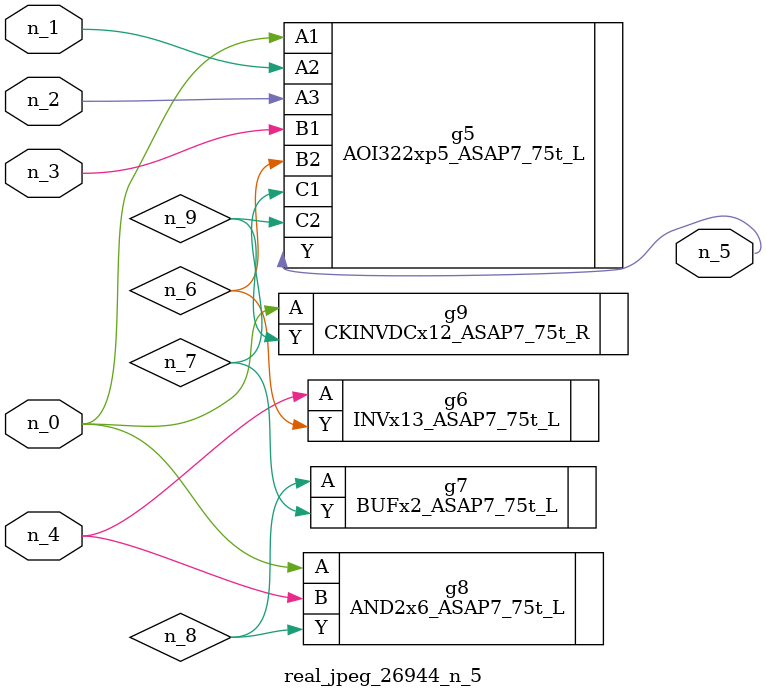
<source format=v>
module real_jpeg_26944_n_5 (n_4, n_0, n_1, n_2, n_3, n_5);

input n_4;
input n_0;
input n_1;
input n_2;
input n_3;

output n_5;

wire n_8;
wire n_6;
wire n_7;
wire n_9;

AOI322xp5_ASAP7_75t_L g5 ( 
.A1(n_0),
.A2(n_1),
.A3(n_2),
.B1(n_3),
.B2(n_6),
.C1(n_7),
.C2(n_9),
.Y(n_5)
);

AND2x6_ASAP7_75t_L g8 ( 
.A(n_0),
.B(n_4),
.Y(n_8)
);

CKINVDCx12_ASAP7_75t_R g9 ( 
.A(n_0),
.Y(n_9)
);

INVx13_ASAP7_75t_L g6 ( 
.A(n_4),
.Y(n_6)
);

BUFx2_ASAP7_75t_L g7 ( 
.A(n_8),
.Y(n_7)
);


endmodule
</source>
